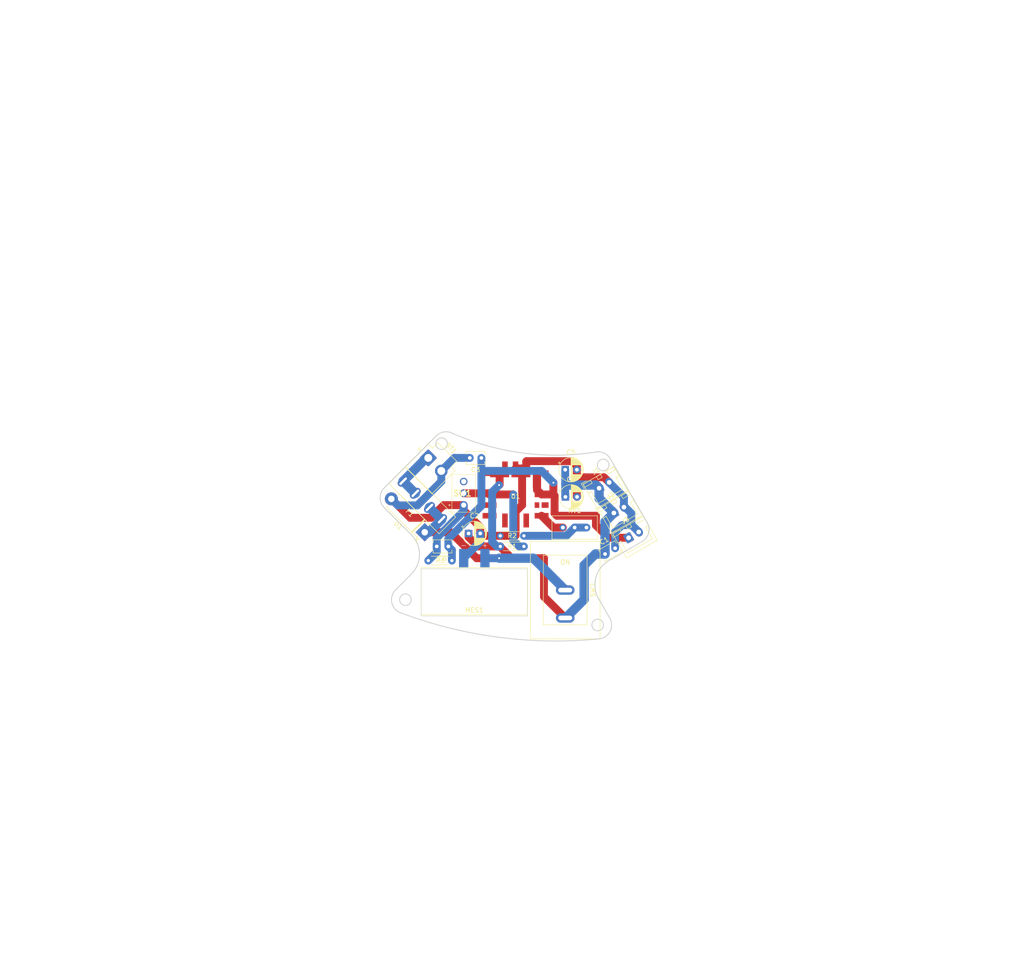
<source format=kicad_pcb>
(kicad_pcb (version 20211014) (generator pcbnew)
  (layers (0 "F.Cu" signal) (31 "B.Cu" signal) (34 "B.Paste" user) (35 "F.Paste" user) (36 "B.SilkS" user "B.Silkscreen") (37 "F.SilkS" user "F.Silkscreen") (38 "B.Mask" user) (39 "F.Mask" user) (44 "Edge.Cuts" user))
  (net 0 "")
  (net 1 "Net-(BT1-Pad1)")
  (net 2 "GND")
  (net 3 "+7.5V")
  (net 4 "+5V")
  (net 5 "Net-(D1-Pad1)")
  (net 6 "Net-(R1-Pad2)")
  (net 7 "Net-(R2-Pad1)")
  (net 8 "Net-(RV1-Pad3)")
  (footprint "Lib:fuse_socket" (layer "F.Cu") (at 128.792331 97.260228 -45)
    (fp_text reference "F1" (at 0 6.35 135) (layer "F.SilkS"))
    (fp_text value "Fuse")
    (pad "1" thru_hole oval locked (at -2.15 2.54 315) (size 1.5 2.7) (drill oval 0.5 2.1) (layers *.Cu *.Mask) (net 1 "Net-(BT1-Pad1)"))
    (pad "1" thru_hole oval locked (at -5.85 2.54 315) (size 1.5 2.7) (drill oval 0.5 2.1) (layers *.Cu *.Mask) (net 1 "Net-(BT1-Pad1)"))
    (pad "2" thru_hole oval locked (at 5.85 2.54 315) (size 1.5 2.7) (drill oval 0.5 2.1) (layers *.Cu *.Mask) (net 5 "Net-(D1-Pad1)"))
    (pad "2" thru_hole oval locked (at 2.15 2.54 315) (size 1.5 2.7) (drill oval 0.5 2.1) (layers *.Cu *.Mask) (net 5 "Net-(D1-Pad1)"))
  )
  (footprint "Diode_THT:D_5W_P10.16mm_Horizontal" (layer "F.Cu") (at 127.508 105.918 135)
    (fp_text reference "D1" (at 5.08 -2.97 135) (layer "F.SilkS"))
    (fp_text value "D_Shockley")
    (fp_text user "K" (at 0 -2.4 135) (layer "F.SilkS"))
    (pad "1" thru_hole rect (at 0 0 135) (size 2.8 2.8) (drill 1.4) (layers *.Cu *.Mask) (net 5 "Net-(D1-Pad1)"))
    (pad "2" thru_hole oval (at 10.16 0 135) (size 2.8 2.8) (drill 1.4) (layers *.Cu *.Mask) (net 2 "GND"))
  )
  (footprint "Resistor_THT:R_Axial_DIN0204_L3.6mm_D1.6mm_P5.08mm_Horizontal" (layer "F.Cu") (at 148.844 106.68 180)
    (fp_text reference "R2" (at 2.54 0) (layer "F.SilkS"))
    (fp_text value "R")
    (pad "1" thru_hole circle (at 0 0 180) (size 1.4 1.4) (drill 0.7) (layers *.Cu *.Mask) (net 7 "Net-(R2-Pad1)"))
    (pad "2" thru_hole oval (at 5.08 0 180) (size 1.4 1.4) (drill 0.7) (layers *.Cu *.Mask) (net 2 "GND"))
  )
  (footprint "Capacitor_THT:CP_Radial_D5.0mm_P2.50mm" (layer "F.Cu") (at 157.734 92.456)
    (fp_text reference "C5" (at 1.25 -3.75) (layer "F.SilkS"))
    (fp_text value "C")
    (pad "1" thru_hole rect (at 0 0) (size 1.6 1.6) (drill 0.8) (layers *.Cu *.Mask) (net 3 "+7.5V"))
    (pad "2" thru_hole circle (at 2.5 0) (size 1.6 1.6) (drill 0.8) (layers *.Cu *.Mask) (net 2 "GND"))
  )
  (footprint "Connector_JST:JST_XH_B2B-XH-A_1x02_P2.50mm_Vertical" (layer "F.Cu") (at 165.024969 96.436337 30)
    (fp_text reference "J1" (at 1.25 -3.55 30) (layer "F.SilkS"))
    (fp_text value "Conn_01x02_Female")
    (pad "1" thru_hole roundrect (at 0 0 30) (size 1.7 2) (drill 1) (layers *.Cu *.Mask) (roundrect_rratio 0.1470588235) (net 3 "+7.5V"))
    (pad "2" thru_hole oval (at 2.5 0 30) (size 1.7 2) (drill 1) (layers *.Cu *.Mask) (net 2 "GND"))
  )
  (footprint "Resistor_THT:R_Axial_DIN0204_L3.6mm_D1.6mm_P5.08mm_Horizontal" (layer "F.Cu") (at 133.35 112.014 180)
    (fp_text reference "R3" (at 2.54 0) (layer "F.SilkS"))
    (fp_text value "R")
    (pad "1" thru_hole circle (at 0 0 180) (size 1.4 1.4) (drill 0.7) (layers *.Cu *.Mask) (net 4 "+5V"))
    (pad "2" thru_hole oval (at 5.08 0 180) (size 1.4 1.4) (drill 0.7) (layers *.Cu *.Mask) (net 2 "GND"))
  )
  (footprint "Lib:DS-850k" (layer "F.Cu") (at 157.734 118.364 90)
    (fp_text reference "SW2" (at 0 6 90) (layer "F.SilkS"))
    (fp_text value "SW_DIP_x01")
    (fp_text user "ON" (at 6 0) (layer "F.SilkS"))
    (pad "1" thru_hole oval locked (at 0 0 180) (size 4 2) (drill oval 3 1) (layers *.Cu *.Mask) (net 5 "Net-(D1-Pad1)"))
    (pad "2" thru_hole oval locked (at -6 0 180) (size 4 2) (drill oval 3 1) (layers *.Cu *.Mask) (net 3 "+7.5V"))
  )
  (footprint "Resistor_THT:R_Axial_DIN0204_L3.6mm_D1.6mm_P5.08mm_Horizontal" (layer "F.Cu") (at 143.764 108.966)
    (fp_text reference "R1" (at 2.54 0) (layer "F.SilkS"))
    (fp_text value "R")
    (pad "1" thru_hole circle (at 0 0) (size 1.4 1.4) (drill 0.7) (layers *.Cu *.Mask) (net 3 "+7.5V"))
    (pad "2" thru_hole oval (at 5.08 0) (size 1.4 1.4) (drill 0.7) (layers *.Cu *.Mask) (net 6 "Net-(R1-Pad2)"))
  )
  (footprint "Connector_JST:JST_VH_B2P-VH-B_1x02_P3.96mm_Vertical" (layer "F.Cu") (at 128.27 89.916 -45)
    (fp_text reference "BT1" (at 1.98 -4.9 135) (layer "F.SilkS"))
    (fp_text value "Battery")
    (pad "1" thru_hole roundrect (at 0 0 315) (size 2.7 2.7) (drill 1.7) (layers *.Cu *.Mask) (roundrect_rratio 0.09259296296) (net 1 "Net-(BT1-Pad1)"))
    (pad "2" thru_hole circle (at 3.96 0 315) (size 2.7 2.7) (drill 1.7) (layers *.Cu *.Mask) (net 2 "GND"))
  )
  (footprint "Capacitor_THT:CP_Radial_D5.0mm_P2.50mm" (layer "F.Cu") (at 157.774 98.298)
    (fp_text reference "C4" (at 1.25 -3.75) (layer "F.SilkS"))
    (fp_text value "C")
    (pad "1" thru_hole rect (at 0 0) (size 1.6 1.6) (drill 0.8) (layers *.Cu *.Mask) (net 3 "+7.5V"))
    (pad "2" thru_hole circle (at 2.5 0) (size 1.6 1.6) (drill 0.8) (layers *.Cu *.Mask) (net 2 "GND"))
  )
  (footprint "Lib:voltage_counter" (layer "F.Cu") (at 138.176 123.698 180)
    (fp_text reference "MES1" (at 0 1.016) (layer "F.SilkS"))
    (fp_text value "Voltmeter_DC")
    (fp_text user "+" (at -2.286 14.986) (layer "B.SilkS") (effects (justify mirror)))
    (fp_text user "-" (at 2.286 14.986) (layer "B.SilkS") (effects (justify mirror)))
    (pad "1" smd rect locked (at 2.286 12.192 180) (size 2 4) (layers "B.Cu" "B.Paste" "B.Mask") (net 2 "GND"))
    (pad "2" smd rect locked (at -2.286 12.192 180) (size 2 4) (layers "B.Cu" "B.Paste" "B.Mask") (net 5 "Net-(D1-Pad1)"))
  )
  (footprint "Connector_JST:JST_XH_B2B-XH-A_1x02_P2.50mm_Vertical" (layer "F.Cu") (at 168.199969 101.770337 30)
    (fp_text reference "J2" (at 1.25 -3.55 30) (layer "F.SilkS"))
    (fp_text value "Conn_01x02_Female")
    (pad "1" thru_hole roundrect (at 0 0 30) (size 1.7 2) (drill 1) (layers *.Cu *.Mask) (roundrect_rratio 0.1470588235) (net 3 "+7.5V"))
    (pad "2" thru_hole oval (at 2.5 0 30) (size 1.7 2) (drill 1) (layers *.Cu *.Mask) (net 2 "GND"))
  )
  (footprint "Capacitor_THT:CP_Radial_D5.0mm_P2.50mm" (layer "F.Cu") (at 136.946 106.172)
    (fp_text reference "C2" (at 1.25 -3.75) (layer "F.SilkS"))
    (fp_text value "C")
    (pad "1" thru_hole rect (at 0 0) (size 1.6 1.6) (drill 0.8) (layers *.Cu *.Mask) (net 3 "+7.5V"))
    (pad "2" thru_hole circle (at 2.5 0) (size 1.6 1.6) (drill 0.8) (layers *.Cu *.Mask) (net 2 "GND"))
  )
  (footprint "Capacitor_THT:C_Disc_D3.8mm_W2.6mm_P2.50mm" (layer "F.Cu") (at 132.588 108.966 180)
    (fp_text reference "C6" (at 1.25 -2.55) (layer "F.SilkS"))
    (fp_text value "C")
    (pad "1" thru_hole circle (at 0 0 180) (size 1.6 1.6) (drill 0.8) (layers *.Cu *.Mask) (net 4 "+5V"))
    (pad "2" thru_hole circle (at 2.5 0 180) (size 1.6 1.6) (drill 0.8) (layers *.Cu *.Mask) (net 2 "GND"))
  )
  (footprint "Connector_JST:JST_XH_B2B-XH-A_1x02_P2.50mm_Vertical" (layer "F.Cu") (at 171.374969 107.104337 30)
    (fp_text reference "J3" (at 1.25 -3.55 30) (layer "F.SilkS"))
    (fp_text value "Conn_01x02_Female")
    (pad "1" thru_hole roundrect (at 0 0 30) (size 1.7 2) (drill 1) (layers *.Cu *.Mask) (roundrect_rratio 0.1470588235) (net 4 "+5V"))
    (pad "2" thru_hole oval (at 2.5 0 30) (size 1.7 2) (drill 1) (layers *.Cu *.Mask) (net 2 "GND"))
  )
  (footprint "Potentiometer_THT:Potentiometer_Bourns_3296W_Vertical" (layer "F.Cu") (at 162.306 104.902)
    (fp_text reference "RV1" (at -2.54 -3.66) (layer "F.SilkS"))
    (fp_text value "R_Potentiometer_Trim_US")
    (pad "1" thru_hole circle (at 0 0) (size 1.44 1.44) (drill 0.8) (layers *.Cu *.Mask) (net 7 "Net-(R2-Pad1)"))
    (pad "2" thru_hole circle (at -2.54 0) (size 1.44 1.44) (drill 0.8) (layers *.Cu *.Mask) (net 7 "Net-(R2-Pad1)"))
    (pad "3" thru_hole circle (at -5.08 0) (size 1.44 1.44) (drill 0.8) (layers *.Cu *.Mask) (net 8 "Net-(RV1-Pad3)"))
  )
  (footprint "Lib:2MS1T2B4M2QES" (layer "F.Cu") (at 135.89 100.076)
    (fp_text reference "SW1" (at -0.28 -2.54) (layer "F.SilkS") (effects (font (size 1.27 1.27) (thickness 0.254))))
    (fp_text value "SW_DIP_x01" hide)
    (pad "1" thru_hole circle locked (at 0 0) (size 1.635 1.635) (drill 1.09) (layers *.Cu *.Mask) (net 2 "GND"))
    (pad "2" thru_hole circle locked (at 0 -2.54) (size 1.635 1.635) (drill 1.09) (layers *.Cu *.Mask) (net 6 "Net-(R1-Pad2)"))
    (pad "3" thru_hole circle locked (at 0 -5.08) (size 1.635 1.635) (drill 1.09) (layers *.Cu *.Mask))
  )
  (footprint "Lib:DCDC-murata-6A" (layer "F.Cu") (at 140.954 103.882)
    (fp_text reference "U1" (at 6.096 -5.715 -180) (layer "F.SilkS"))
    (fp_text value "OKL-T_6-W12N-C")
    (pad "1" smd trapezoid locked (at 0.5 -6.1) (size 3 1.2) (layers "F.Cu" "F.Paste" "F.Mask") (net 6 "Net-(R1-Pad2)"))
    (pad "2" smd trapezoid locked (at 0.5 -10.68) (size 3 1.2) (layers "F.Cu" "F.Paste" "F.Mask") (net 3 "+7.5V"))
    (pad "2" smd trapezoid locked (at 2.665 -10.68) (size 4.07 1.77) (layers "F.Cu" "F.Paste" "F.Mask") (net 3 "+7.5V"))
    (pad "2" smd trapezoid locked (at 3.81 -11.7) (size 1.2 3) (layers "F.Cu" "F.Paste" "F.Mask") (net 3 "+7.5V"))
    (pad "3" smd trapezoid locked (at 8.39 -11.7) (size 1.2 3) (layers "F.Cu" "F.Paste" "F.Mask") (net 2 "GND"))
    (pad "3" smd trapezoid locked (at 6.1 -11.7) (size 1.2 3) (layers "F.Cu" "F.Paste" "F.Mask") (net 2 "GND"))
    (pad "3" smd trapezoid locked (at 7.245 -10.68) (size 4.07 1.77) (layers "F.Cu" "F.Paste" "F.Mask") (net 2 "GND"))
    (pad "4" smd trapezoid locked (at 10.7 -9.535) (size 1.77 4.07) (layers "F.Cu" "F.Paste" "F.Mask") (net 4 "+5V"))
    (pad "4" smd trapezoid locked (at 11.7 -10.68) (size 3 1.2) (layers "F.Cu" "F.Paste" "F.Mask") (net 4 "+5V"))
    (pad "5" smd trapezoid locked (at 11.7 -6.1) (size 3 1.2) (layers "F.Cu" "F.Paste" "F.Mask") (net 4 "+5V"))
    (pad "6" smd trapezoid locked (at 11.7 -1.52) (size 3 1.2) (layers "F.Cu" "F.Paste" "F.Mask") (net 8 "Net-(RV1-Pad3)"))
    (pad "7" smd trapezoid locked (at 6.1 -0.5) (size 1.2 3) (layers "F.Cu" "F.Paste" "F.Mask") (net 2 "GND"))
    (pad "8" smd trapezoid locked (at 3.81 -0.5) (size 1.2 3) (layers "F.Cu" "F.Paste" "F.Mask"))
    (pad "9" smd trapezoid locked (at 0.5 -1.52) (size 3 1.2) (layers "F.Cu" "F.Paste" "F.Mask"))
    (pad "10" smd trapezoid locked (at 0.5 -3.81) (size 3 1.2) (layers "F.Cu" "F.Paste" "F.Mask"))
    (pad "11" smd trapezoid locked (at 12.45 -3.81) (size 1.5 1.2) (layers "F.Cu" "F.Paste" "F.Mask"))
    (pad "12" smd trapezoid locked (at 8.39 -0.5) (size 1.2 3) (layers "F.Cu" "F.Paste" "F.Mask"))
    (pad "13" smd trapezoid locked (at 10.7 -3.81) (size 1 1.2) (layers "F.Cu" "F.Paste" "F.Mask"))
  )
  (footprint "Capacitor_THT:C_Disc_D3.8mm_W2.6mm_P2.50mm" (layer "F.Cu") (at 139.7 89.916 180)
    (fp_text reference "C3" (at 1.25 -2.55) (layer "F.SilkS"))
    (fp_text value "C")
    (pad "1" thru_hole circle (at 0 0 180) (size 1.6 1.6) (drill 0.8) (layers *.Cu *.Mask) (net 4 "+5V"))
    (pad "2" thru_hole circle (at 2.5 0 180) (size 1.6 1.6) (drill 0.8) (layers *.Cu *.Mask) (net 2 "GND"))
  )
  (footprint "Capacitor_THT:C_Disc_D3.8mm_W2.6mm_P2.50mm" (layer "F.Cu") (at 166.303469 110.607 30)
    (fp_text reference "C1" (at 1.25 -2.55 30) (layer "F.SilkS"))
    (fp_text value "C")
    (pad "1" thru_hole circle (at 0 0 30) (size 1.6 1.6) (drill 0.8) (layers *.Cu *.Mask) (net 3 "+7.5V"))
    (pad "2" thru_hole circle (at 2.5 0 30) (size 1.6 1.6) (drill 0.8) (layers *.Cu *.Mask) (net 2 "GND"))
  )
  (gr_arc (start 118.787621 100.613737) (mid 117.908941 98.492416) (end 118.787621 96.371096) (layer "Edge.Cuts") (width 0.2))
  (gr_circle (center 123.358755 120.437787) (end 123.358755 121.687787) (layer "Edge.Cuts") (width 0.2) (fill none))
  (gr_arc (start 175.361999 103.819254) (mid 175.661718 106.09572) (end 174.263923 107.91733) (layer "Edge.Cuts") (width 0.2))
  (gr_arc (start 124.621252 106.447368) (mid 126.378611 110.690009) (end 124.621252 114.932649) (layer "Edge.Cuts") (width 0.2))
  (gr_circle (center 164.717705 125.882796) (end 164.717705 127.132796) (layer "Edge.Cuts") (width 0.2) (fill none))
  (gr_arc (start 122.303042 123.245895) (mid 120.426474 121.07166) (end 121.237434 118.316466) (layer "Edge.Cuts") (width 0.2))
  (gr_line (start 124.621252 114.932649) (end 121.237434 118.316466) (layer "Edge.Cuts") (width 0.2))
  (gr_arc (start 164.923061 120.238483) (mid 164.32366 115.68557) (end 167.119213 112.04233) (layer "Edge.Cuts") (width 0.2))
  (gr_line (start 167.119213 112.04233) (end 174.263923 107.91733) (layer "Edge.Cuts") (width 0.2))
  (gr_arc (start 164.373295 88.639708) (mid 148.55501 88.851943) (end 133.33065 84.552867) (layer "Edge.Cuts") (width 0.2))
  (gr_arc (start 165.010653 128.868458) (mid 143.333962 128.509737) (end 122.303042 123.245895) (layer "Edge.Cuts") (width 0.2))
  (gr_line (start 175.361999 103.819254) (end 167.442608 90.102466) (layer "Edge.Cuts") (width 0.2))
  (gr_arc (start 164.373295 88.639708) (mid 166.13519 88.89428) (end 167.442608 90.102466) (layer "Edge.Cuts") (width 0.2))
  (gr_line (start 129.987331 85.171386) (end 118.787621 96.371096) (layer "Edge.Cuts") (width 0.2))
  (gr_arc (start 167.315781 124.382796) (mid 167.386 127.254) (end 165.010653 128.868458) (layer "Edge.Cuts") (width 0.2))
  (gr_circle (center 165.896858 91.425149) (end 165.896858 92.675149) (layer "Edge.Cuts") (width 0.2) (fill none))
  (gr_arc (start 129.987331 85.171386) (mid 131.562907 84.342756) (end 133.33065 84.552867) (layer "Edge.Cuts") (width 0.2))
  (gr_line (start 167.315781 124.382796) (end 164.923061 120.238483) (layer "Edge.Cuts") (width 0.2))
  (gr_rect (start 126.746 113.792) (end 149.606 123.952) (layer "Edge.Cuts") (width 0.1) (fill none))
  (gr_circle (center 131.138075 86.849069) (end 131.138075 88.099069) (layer "Edge.Cuts") (width 0.2) (fill none))
  (gr_line (start 118.787621 100.613737) (end 124.621252 106.447368) (layer "Edge.Cuts") (width 0.2))
  (segment (start 122.859705 94.919705) (end 125.476 97.536) (width 2) (layer "B.Cu") (net 1))
  (segment (start 127.86341 89.916) (end 122.859705 94.919705) (width 2) (layer "B.Cu") (net 1))
  (segment (start 128.27 89.916) (end 127.86341 89.916) (width 2) (layer "B.Cu") (net 1))
  (segment (start 149.423511 90.606489) (end 159.186489 90.606489) (width 1.7) (layer "F.Cu") (net 2))
  (segment (start 139.954 106.68) (end 139.446 106.172) (width 1.7) (layer "F.Cu") (net 2))
  (segment (start 147.054 92.182) (end 149.344 92.182) (width 1.7) (layer "F.Cu") (net 2))
  (segment (start 160.234 95.544) (end 160.234 98.258) (width 1.7) (layer "F.Cu") (net 2))
  (segment (start 135.89 100.076) (end 135.89 101.232119) (width 1.7) (layer "F.Cu") (net 2))
  (segment (start 148.457519 93.460519) (end 148.457519 100.069459) (width 1.7) (layer "F.Cu") (net 2))
  (segment (start 160.234 92.456) (end 160.234 95.544) (width 1.7) (layer "F.Cu") (net 2))
  (segment (start 124.390343 102.800343) (end 128.847657 102.800343) (width 1.7) (layer "F.Cu") (net 2))
  (segment (start 135.89 101.232119) (end 139.446 104.788119) (width 1.7) (layer "F.Cu") (net 2))
  (segment (start 148.199 93.202) (end 148.457519 93.460519) (width 1.7) (layer "F.Cu") (net 2))
  (segment (start 147.054 101.472978) (end 147.054 103.382) (width 1.7) (layer "F.Cu") (net 2))
  (segment (start 149.344 92.182) (end 149.344 90.686) (width 1.7) (layer "F.Cu") (net 2))
  (segment (start 167.190033 95.186337) (end 166.095958 94.092262) (width 1.7) (layer "F.Cu") (net 2))
  (segment (start 160.234 91.654) (end 160.234 92.456) (width 1.7) (layer "F.Cu") (net 2))
  (segment (start 128.847657 102.800343) (end 131.572 100.076) (width 1.7) (layer "F.Cu") (net 2))
  (segment (start 139.446 104.788119) (end 139.446 106.172) (width 1.7) (layer "F.Cu") (net 2))
  (segment (start 143.764 106.68) (end 139.954 106.68) (width 1.7) (layer "F.Cu") (net 2))
  (segment (start 159.186489 90.606489) (end 160.234 91.654) (width 1.7) (layer "F.Cu") (net 2))
  (segment (start 120.323795 98.733795) (end 124.390343 102.800343) (width 1.7) (layer "F.Cu") (net 2))
  (segment (start 147.054 103.382) (end 147.054 106.582) (width 1.7) (layer "F.Cu") (net 2))
  (segment (start 131.572 100.076) (end 135.89 100.076) (width 1.7) (layer "F.Cu") (net 2))
  (segment (start 146.956 106.68) (end 143.764 106.68) (width 1.7) (layer "F.Cu") (net 2))
  (segment (start 161.685738 94.092262) (end 160.234 95.544) (width 1.7) (layer "F.Cu") (net 2))
  (segment (start 148.457519 100.069459) (end 147.054 101.472978) (width 1.7) (layer "F.Cu") (net 2))
  (segment (start 160.234 98.258) (end 160.274 98.298) (width 1.7) (layer "F.Cu") (net 2))
  (segment (start 166.095958 94.092262) (end 161.685738 94.092262) (width 1.7) (layer "F.Cu") (net 2))
  (segment (start 149.344 90.686) (end 149.423511 90.606489) (width 1.7) (layer "F.Cu") (net 2))
  (segment (start 147.054 106.582) (end 146.956 106.68) (width 1.7) (layer "F.Cu") (net 2))
  (segment (start 130.088 108.966) (end 130.088 107.136166) (width 1.7) (layer "B.Cu") (net 2))
  (segment (start 170.365033 98.361337) (end 167.190033 95.186337) (width 1.7) (layer "B.Cu") (net 2))
  (segment (start 121.723794 100.133794) (end 125.926206 100.133794) (width 1.7) (layer "B.Cu") (net 2))
  (segment (start 130.088 107.136166) (end 135.89 101.334166) (width 1.7) (layer "B.Cu") (net 2))
  (segment (start 171.958 104.272304) (end 171.958 101.854) (width 1.7) (layer "B.Cu") (net 2))
  (segment (start 170.365033 100.520337) (end 170.365033 98.361337) (width 1.7) (layer "B.Cu") (net 2))
  (segment (start 171.958 101.854) (end 170.624337 100.520337) (width 1.7) (layer "B.Cu") (net 2))
  (segment (start 139.446 107.95) (end 139.446 106.172) (width 1.7) (layer "B.Cu") (net 2))
  (segment (start 168.468533 109.357) (end 168.468533 105.851467) (width 1.7) (layer "B.Cu") (net 2))
  (segment (start 172.079696 104.394) (end 173.540033 105.854337) (width 1.7) (layer "B.Cu") (net 2))
  (segment (start 168.468533 105.851467) (end 169.926 104.394) (width 1.7) (layer "B.Cu") (net 2))
  (segment (start 135.89 101.334166) (end 135.89 100.076) (width 1.7) (layer "B.Cu") (net 2))
  (segment (start 130.088 110.196) (end 128.27 112.014) (width 1.7) (layer "B.Cu") (net 2))
  (segment (start 173.540033 105.854337) (end 171.958 104.272304) (width 1.7) (layer "B.Cu") (net 2))
  (segment (start 170.624337 100.520337) (end 170.365033 100.520337) (width 1.7) (layer "B.Cu") (net 2))
  (segment (start 169.926 104.394) (end 172.079696 104.394) (width 1.7) (layer "B.Cu") (net 2))
  (segment (start 133.870286 89.916) (end 137.2 89.916) (width 1.7) (layer "B.Cu") (net 2))
  (segment (start 120.323795 98.733795) (end 121.723794 100.133794) (width 1.7) (layer "B.Cu") (net 2))
  (segment (start 131.070143 92.716143) (end 133.870286 89.916) (width 1.7) (layer "B.Cu") (net 2))
  (segment (start 125.926206 100.133794) (end 131.070143 94.989857) (width 1.7) (layer "B.Cu") (net 2))
  (segment (start 130.088 108.966) (end 130.088 110.196) (width 1.7) (layer "B.Cu") (net 2))
  (segment (start 131.070143 94.989857) (end 131.070143 92.716143) (width 1.7) (layer "B.Cu") (net 2))
  (segment (start 135.89 111.506) (end 139.446 107.95) (width 1.7) (layer "B.Cu") (net 2))
  (segment (start 136.946 106.974) (end 138.938 108.966) (width 1.7) (layer "F.Cu") (net 3))
  (segment (start 143.764 108.966) (end 143.764 109.073674) (width 1.7) (layer "F.Cu") (net 3))
  (segment (start 143.619 95.649) (end 143.51 95.758) (width 1.7) (layer "F.Cu") (net 3))
  (segment (start 153.162 111.506) (end 153.162 119.792) (width 1.7) (layer "F.Cu") (net 3))
  (segment (start 138.938 108.966) (end 143.764 108.966) (width 1.7) (layer "F.Cu") (net 3))
  (segment (start 143.764 109.073674) (end 146.196326 111.506) (width 1.7) (layer "F.Cu") (net 3))
  (segment (start 153.162 119.792) (end 157.734 124.364) (width 1.7) (layer "F.Cu") (net 3))
  (segment (start 146.196326 111.506) (end 153.162 111.506) (width 1.7) (layer "F.Cu") (net 3))
  (segment (start 143.619 93.202) (end 143.619 95.649) (width 1.7) (layer "F.Cu") (net 3))
  (segment (start 136.946 106.172) (end 136.946 106.974) (width 1.7) (layer "F.Cu") (net 3))
  (via (at 143.51 95.758) (size 0.8) (drill 0.4) (layers "F.Cu" "B.Cu") (net 3))
  (segment (start 157.734 95.504) (end 157.988 95.758) (width 1.7) (layer "B.Cu") (net 3))
  (segment (start 142.014489 107.959467) (end 143.021022 108.966) (width 1.7) (layer "B.Cu") (net 3))
  (segment (start 157.734 124.364) (end 157.83 124.364) (width 2) (layer "B.Cu") (net 3))
  (segment (start 142.014489 97.253511) (end 142.014489 107.959467) (width 1.7) (layer "B.Cu") (net 3))
  (segment (start 157.734 98.258) (end 157.774 98.298) (width 1.7) (layer "B.Cu") (net 3))
  (segment (start 157.734 95.504) (end 157.734 98.258) (width 1.7) (layer "B.Cu") (net 3))
  (segment (start 166.303469 103.666837) (end 168.199969 101.770337) (width 2) (layer "B.Cu") (net 3))
  (segment (start 143.51 95.758) (end 142.014489 97.253511) (width 1.7) (layer "B.Cu") (net 3))
  (segment (start 166.303469 110.607) (end 164.221 110.607) (width 2) (layer "B.Cu") (net 3))
  (segment (start 165.024969 96.436337) (end 165.024969 98.595337) (width 2) (layer "B.Cu") (net 3))
  (segment (start 161.798 120.396) (end 161.798 113.03) (width 2) (layer "B.Cu") (net 3))
  (segment (start 157.734 92.456) (end 157.734 95.504) (width 1.7) (layer "B.Cu") (net 3))
  (segment (start 164.346632 95.758) (end 157.988 95.758) (width 2) (layer "B.Cu") (net 3))
  (segment (start 143.021022 108.966) (end 143.764 108.966) (width 1.7) (layer "B.Cu") (net 3))
  (segment (start 165.024969 98.595337) (end 168.199969 101.770337) (width 2) (layer "B.Cu") (net 3))
  (segment (start 164.221 110.607) (end 161.798 113.03) (width 2) (layer "B.Cu") (net 3))
  (segment (start 166.303469 110.607) (end 166.303469 103.666837) (width 2) (layer "B.Cu") (net 3))
  (segment (start 157.83 124.364) (end 161.798 120.396) (width 2) (layer "B.Cu") (net 3))
  (segment (start 165.024969 96.436337) (end 164.346632 95.758) (width 2) (layer "B.Cu") (net 3))
  (segment (start 155.448 98.044) (end 155.186 97.782) (width 1.7) (layer "F.Cu") (net 4))
  (segment (start 155.448 101.854) (end 155.448 98.044) (width 1.7) (layer "F.Cu") (net 4))
  (segment (start 155.186 97.782) (end 152.654 97.782) (width 1.7) (layer "F.Cu") (net 4))
  (segment (start 155.956 102.362) (end 155.448 101.854) (width 1.7) (layer "F.Cu") (net 4))
  (segment (start 151.654 96.782) (end 152.654 97.782) (width 1.7) (layer "F.Cu") (net 4))
  (segment (start 164.338 104.431532) (end 164.338 102.362) (width 1.7) (layer "F.Cu") (net 4))
  (segment (start 171.374969 107.104337) (end 167.010805 107.104337) (width 1.7) (layer "F.Cu") (net 4))
  (segment (start 167.010805 107.104337) (end 164.338 104.431532) (width 1.7) (layer "F.Cu") (net 4))
  (segment (start 155.186 95.258) (end 155.194 95.25) (width 1.7) (layer "F.Cu") (net 4))
  (segment (start 164.338 102.362) (end 155.956 102.362) (width 1.7) (layer "F.Cu") (net 4))
  (segment (start 155.186 97.782) (end 155.186 95.258) (width 1.7) (layer "F.Cu") (net 4))
  (segment (start 151.654 94.347) (end 151.654 96.782) (width 1.7) (layer "F.Cu") (net 4))
  (via (at 155.194 95.25) (size 0.8) (drill 0.4) (layers "F.Cu" "B.Cu") (net 4))
  (segment (start 155.194 95.25) (end 152.654 92.71) (width 1.7) (layer "B.Cu") (net 4))
  (segment (start 139.7 92.71) (end 139.7 89.916) (width 1.7) (layer "B.Cu") (net 4))
  (segment (start 132.588 108.966) (end 132.588 107.322492) (width 1.7) (layer "B.Cu") (net 4))
  (segment (start 133.35 109.728) (end 132.588 108.966) (width 1.7) (layer "B.Cu") (net 4))
  (segment (start 132.588 107.322492) (end 139.7 100.210492) (width 1.7) (layer "B.Cu") (net 4))
  (segment (start 133.35 112.014) (end 133.35 109.728) (width 1.7) (layer "B.Cu") (net 4))
  (segment (start 139.7 100.210492) (end 139.7 92.71) (width 1.7) (layer "B.Cu") (net 4))
  (segment (start 152.654 92.71) (end 139.7 92.71) (width 1.7) (layer "B.Cu") (net 4))
  (segment (start 143.51 111.506) (end 138.684 111.506) (width 1.7) (layer "F.Cu") (net 5))
  (segment (start 133.096 105.918) (end 127.508 105.918) (width 1.7) (layer "F.Cu") (net 5))
  (segment (start 138.684 111.506) (end 133.096 105.918) (width 1.7) (layer "F.Cu") (net 5))
  (via (at 143.51 111.506) (size 0.8) (drill 0.4) (layers "F.Cu" "B.Cu") (net 5))
  (segment (start 157.734 118.364) (end 150.876 111.506) (width 2) (layer "B.Cu") (net 5))
  (segment (start 150.876 111.506) (end 143.51 111.506) (width 2) (layer "B.Cu") (net 5))
  (segment (start 128.407708 105.918) (end 131.132854 103.192854) (width 2) (layer "B.Cu") (net 5))
  (segment (start 128.516559 100.576559) (end 131.132854 103.192854) (width 2) (layer "B.Cu") (net 5))
  (segment (start 140.462 111.506) (end 143.51 111.506) (width 1.7) (layer "B.Cu") (net 5))
  (segment (start 127.508 105.918) (end 128.407708 105.918) (width 2) (layer "B.Cu") (net 5))
  (segment (start 141.208 97.536) (end 141.454 97.782) (width 1.7) (layer "F.Cu") (net 6))
  (segment (start 141.454 97.782) (end 146.55 97.782) (width 1.7) (layer "F.Cu") (net 6))
  (segment (start 146.55 97.782) (end 146.558 97.79) (width 1.7) (layer "F.Cu") (net 6))
  (segment (start 135.89 97.536) (end 141.208 97.536) (width 1.7) (layer "F.Cu") (net 6))
  (via (at 146.558 97.79) (size 0.8) (drill 0.4) (layers "F.Cu" "B.Cu") (net 6))
  (segment (start 146.558 97.79) (end 146.558 107.669949) (width 1.7) (layer "B.Cu") (net 6))
  (segment (start 147.854051 108.966) (end 148.844 108.966) (width 1.7) (layer "B.Cu") (net 6))
  (segment (start 146.558 107.669949) (end 147.854051 108.966) (width 1.7) (layer "B.Cu") (net 6))
  (segment (start 162.306 104.902) (end 159.766 104.902) (width 1.7) (layer "B.Cu") (net 7))
  (segment (start 159.766 104.902) (end 157.988 106.68) (width 1.7) (layer "B.Cu") (net 7))
  (segment (start 157.988 106.68) (end 148.844 106.68) (width 1.7) (layer "B.Cu") (net 7))
  (segment (start 155.194 104.902) (end 157.226 104.902) (width 1.7) (layer "F.Cu") (net 8))
  (segment (start 152.654 102.362) (end 155.194 104.902) (width 1.7) (layer "F.Cu") (net 8))
)
</source>
